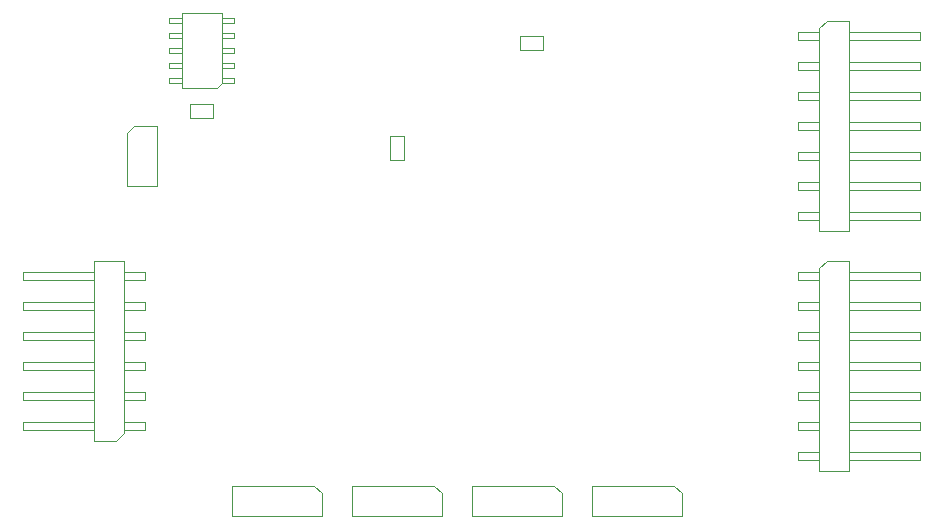
<source format=gbr>
G04 #@! TF.GenerationSoftware,KiCad,Pcbnew,5.1.7-a382d34a8~88~ubuntu20.04.1*
G04 #@! TF.CreationDate,2021-05-29T17:08:15-07:00*
G04 #@! TF.ProjectId,ft4232h-breakout,66743432-3332-4682-9d62-7265616b6f75,May2021*
G04 #@! TF.SameCoordinates,Original*
G04 #@! TF.FileFunction,Other,Fab,Top*
%FSLAX46Y46*%
G04 Gerber Fmt 4.6, Leading zero omitted, Abs format (unit mm)*
G04 Created by KiCad (PCBNEW 5.1.7-a382d34a8~88~ubuntu20.04.1) date 2021-05-29 17:08:15*
%MOMM*%
%LPD*%
G01*
G04 APERTURE LIST*
%ADD10C,0.100000*%
G04 APERTURE END LIST*
D10*
G04 #@! TO.C,R1*
X94580000Y-93615000D02*
X94580000Y-95615000D01*
X93380000Y-93615000D02*
X94580000Y-93615000D01*
X93380000Y-95615000D02*
X93380000Y-93615000D01*
X94580000Y-95615000D02*
X93380000Y-95615000D01*
G04 #@! TO.C,J9*
X71755000Y-92710000D02*
X73660000Y-92710000D01*
X73660000Y-92710000D02*
X73660000Y-97790000D01*
X73660000Y-97790000D02*
X71120000Y-97790000D01*
X71120000Y-97790000D02*
X71120000Y-93345000D01*
X71120000Y-93345000D02*
X71755000Y-92710000D01*
G04 #@! TO.C,J5*
X75765000Y-83185000D02*
X79175000Y-83185000D01*
X78740000Y-89535000D02*
X75765000Y-89535000D01*
X79175000Y-83185000D02*
X79175000Y-89100000D01*
X79175000Y-89100000D02*
X78740000Y-89535000D01*
X75765000Y-89535000D02*
X75765000Y-83185000D01*
X79175000Y-89100000D02*
X80220000Y-89100000D01*
X80220000Y-89100000D02*
X80220000Y-88700000D01*
X80220000Y-88700000D02*
X79175000Y-88700000D01*
X75765000Y-89100000D02*
X74720000Y-89100000D01*
X74720000Y-89100000D02*
X74720000Y-88700000D01*
X74720000Y-88700000D02*
X75765000Y-88700000D01*
X79175000Y-87830000D02*
X80220000Y-87830000D01*
X80220000Y-87830000D02*
X80220000Y-87430000D01*
X80220000Y-87430000D02*
X79175000Y-87430000D01*
X75765000Y-87830000D02*
X74720000Y-87830000D01*
X74720000Y-87830000D02*
X74720000Y-87430000D01*
X74720000Y-87430000D02*
X75765000Y-87430000D01*
X79175000Y-86560000D02*
X80220000Y-86560000D01*
X80220000Y-86560000D02*
X80220000Y-86160000D01*
X80220000Y-86160000D02*
X79175000Y-86160000D01*
X75765000Y-86560000D02*
X74720000Y-86560000D01*
X74720000Y-86560000D02*
X74720000Y-86160000D01*
X74720000Y-86160000D02*
X75765000Y-86160000D01*
X79175000Y-85290000D02*
X80220000Y-85290000D01*
X80220000Y-85290000D02*
X80220000Y-84890000D01*
X80220000Y-84890000D02*
X79175000Y-84890000D01*
X75765000Y-85290000D02*
X74720000Y-85290000D01*
X74720000Y-85290000D02*
X74720000Y-84890000D01*
X74720000Y-84890000D02*
X75765000Y-84890000D01*
X79175000Y-84020000D02*
X80220000Y-84020000D01*
X80220000Y-84020000D02*
X80220000Y-83620000D01*
X80220000Y-83620000D02*
X79175000Y-83620000D01*
X75765000Y-84020000D02*
X74720000Y-84020000D01*
X74720000Y-84020000D02*
X74720000Y-83620000D01*
X74720000Y-83620000D02*
X75765000Y-83620000D01*
G04 #@! TO.C,J8*
X68350000Y-105090000D02*
X62350000Y-105090000D01*
X62350000Y-105730000D02*
X62350000Y-105090000D01*
X68350000Y-105730000D02*
X62350000Y-105730000D01*
X72710000Y-105090000D02*
X70890000Y-105090000D01*
X72710000Y-105730000D02*
X72710000Y-105090000D01*
X72710000Y-105730000D02*
X70890000Y-105730000D01*
X68350000Y-107630000D02*
X62350000Y-107630000D01*
X62350000Y-108270000D02*
X62350000Y-107630000D01*
X68350000Y-108270000D02*
X62350000Y-108270000D01*
X72710000Y-107630000D02*
X70890000Y-107630000D01*
X72710000Y-108270000D02*
X72710000Y-107630000D01*
X72710000Y-108270000D02*
X70890000Y-108270000D01*
X68350000Y-110170000D02*
X62350000Y-110170000D01*
X62350000Y-110810000D02*
X62350000Y-110170000D01*
X68350000Y-110810000D02*
X62350000Y-110810000D01*
X72710000Y-110170000D02*
X70890000Y-110170000D01*
X72710000Y-110810000D02*
X72710000Y-110170000D01*
X72710000Y-110810000D02*
X70890000Y-110810000D01*
X68350000Y-112710000D02*
X62350000Y-112710000D01*
X62350000Y-113350000D02*
X62350000Y-112710000D01*
X68350000Y-113350000D02*
X62350000Y-113350000D01*
X72710000Y-112710000D02*
X70890000Y-112710000D01*
X72710000Y-113350000D02*
X72710000Y-112710000D01*
X72710000Y-113350000D02*
X70890000Y-113350000D01*
X68350000Y-115250000D02*
X62350000Y-115250000D01*
X62350000Y-115890000D02*
X62350000Y-115250000D01*
X68350000Y-115890000D02*
X62350000Y-115890000D01*
X72710000Y-115250000D02*
X70890000Y-115250000D01*
X72710000Y-115890000D02*
X72710000Y-115250000D01*
X72710000Y-115890000D02*
X70890000Y-115890000D01*
X68350000Y-117790000D02*
X62350000Y-117790000D01*
X62350000Y-118430000D02*
X62350000Y-117790000D01*
X68350000Y-118430000D02*
X62350000Y-118430000D01*
X72710000Y-117790000D02*
X70890000Y-117790000D01*
X72710000Y-118430000D02*
X72710000Y-117790000D01*
X72710000Y-118430000D02*
X70890000Y-118430000D01*
X70890000Y-118745000D02*
X70255000Y-119380000D01*
X70890000Y-104140000D02*
X70890000Y-118745000D01*
X68350000Y-104140000D02*
X70890000Y-104140000D01*
X68350000Y-119380000D02*
X68350000Y-104140000D01*
X70255000Y-119380000D02*
X68350000Y-119380000D01*
G04 #@! TO.C,J7*
X130405000Y-104140000D02*
X132310000Y-104140000D01*
X132310000Y-104140000D02*
X132310000Y-121920000D01*
X132310000Y-121920000D02*
X129770000Y-121920000D01*
X129770000Y-121920000D02*
X129770000Y-104775000D01*
X129770000Y-104775000D02*
X130405000Y-104140000D01*
X127950000Y-105090000D02*
X129770000Y-105090000D01*
X127950000Y-105090000D02*
X127950000Y-105730000D01*
X127950000Y-105730000D02*
X129770000Y-105730000D01*
X132310000Y-105090000D02*
X138310000Y-105090000D01*
X138310000Y-105090000D02*
X138310000Y-105730000D01*
X132310000Y-105730000D02*
X138310000Y-105730000D01*
X127950000Y-107630000D02*
X129770000Y-107630000D01*
X127950000Y-107630000D02*
X127950000Y-108270000D01*
X127950000Y-108270000D02*
X129770000Y-108270000D01*
X132310000Y-107630000D02*
X138310000Y-107630000D01*
X138310000Y-107630000D02*
X138310000Y-108270000D01*
X132310000Y-108270000D02*
X138310000Y-108270000D01*
X127950000Y-110170000D02*
X129770000Y-110170000D01*
X127950000Y-110170000D02*
X127950000Y-110810000D01*
X127950000Y-110810000D02*
X129770000Y-110810000D01*
X132310000Y-110170000D02*
X138310000Y-110170000D01*
X138310000Y-110170000D02*
X138310000Y-110810000D01*
X132310000Y-110810000D02*
X138310000Y-110810000D01*
X127950000Y-112710000D02*
X129770000Y-112710000D01*
X127950000Y-112710000D02*
X127950000Y-113350000D01*
X127950000Y-113350000D02*
X129770000Y-113350000D01*
X132310000Y-112710000D02*
X138310000Y-112710000D01*
X138310000Y-112710000D02*
X138310000Y-113350000D01*
X132310000Y-113350000D02*
X138310000Y-113350000D01*
X127950000Y-115250000D02*
X129770000Y-115250000D01*
X127950000Y-115250000D02*
X127950000Y-115890000D01*
X127950000Y-115890000D02*
X129770000Y-115890000D01*
X132310000Y-115250000D02*
X138310000Y-115250000D01*
X138310000Y-115250000D02*
X138310000Y-115890000D01*
X132310000Y-115890000D02*
X138310000Y-115890000D01*
X127950000Y-117790000D02*
X129770000Y-117790000D01*
X127950000Y-117790000D02*
X127950000Y-118430000D01*
X127950000Y-118430000D02*
X129770000Y-118430000D01*
X132310000Y-117790000D02*
X138310000Y-117790000D01*
X138310000Y-117790000D02*
X138310000Y-118430000D01*
X132310000Y-118430000D02*
X138310000Y-118430000D01*
X127950000Y-120330000D02*
X129770000Y-120330000D01*
X127950000Y-120330000D02*
X127950000Y-120970000D01*
X127950000Y-120970000D02*
X129770000Y-120970000D01*
X132310000Y-120330000D02*
X138310000Y-120330000D01*
X138310000Y-120330000D02*
X138310000Y-120970000D01*
X132310000Y-120970000D02*
X138310000Y-120970000D01*
G04 #@! TO.C,J6*
X130405000Y-83820000D02*
X132310000Y-83820000D01*
X132310000Y-83820000D02*
X132310000Y-101600000D01*
X132310000Y-101600000D02*
X129770000Y-101600000D01*
X129770000Y-101600000D02*
X129770000Y-84455000D01*
X129770000Y-84455000D02*
X130405000Y-83820000D01*
X127950000Y-84770000D02*
X129770000Y-84770000D01*
X127950000Y-84770000D02*
X127950000Y-85410000D01*
X127950000Y-85410000D02*
X129770000Y-85410000D01*
X132310000Y-84770000D02*
X138310000Y-84770000D01*
X138310000Y-84770000D02*
X138310000Y-85410000D01*
X132310000Y-85410000D02*
X138310000Y-85410000D01*
X127950000Y-87310000D02*
X129770000Y-87310000D01*
X127950000Y-87310000D02*
X127950000Y-87950000D01*
X127950000Y-87950000D02*
X129770000Y-87950000D01*
X132310000Y-87310000D02*
X138310000Y-87310000D01*
X138310000Y-87310000D02*
X138310000Y-87950000D01*
X132310000Y-87950000D02*
X138310000Y-87950000D01*
X127950000Y-89850000D02*
X129770000Y-89850000D01*
X127950000Y-89850000D02*
X127950000Y-90490000D01*
X127950000Y-90490000D02*
X129770000Y-90490000D01*
X132310000Y-89850000D02*
X138310000Y-89850000D01*
X138310000Y-89850000D02*
X138310000Y-90490000D01*
X132310000Y-90490000D02*
X138310000Y-90490000D01*
X127950000Y-92390000D02*
X129770000Y-92390000D01*
X127950000Y-92390000D02*
X127950000Y-93030000D01*
X127950000Y-93030000D02*
X129770000Y-93030000D01*
X132310000Y-92390000D02*
X138310000Y-92390000D01*
X138310000Y-92390000D02*
X138310000Y-93030000D01*
X132310000Y-93030000D02*
X138310000Y-93030000D01*
X127950000Y-94930000D02*
X129770000Y-94930000D01*
X127950000Y-94930000D02*
X127950000Y-95570000D01*
X127950000Y-95570000D02*
X129770000Y-95570000D01*
X132310000Y-94930000D02*
X138310000Y-94930000D01*
X138310000Y-94930000D02*
X138310000Y-95570000D01*
X132310000Y-95570000D02*
X138310000Y-95570000D01*
X127950000Y-97470000D02*
X129770000Y-97470000D01*
X127950000Y-97470000D02*
X127950000Y-98110000D01*
X127950000Y-98110000D02*
X129770000Y-98110000D01*
X132310000Y-97470000D02*
X138310000Y-97470000D01*
X138310000Y-97470000D02*
X138310000Y-98110000D01*
X132310000Y-98110000D02*
X138310000Y-98110000D01*
X127950000Y-100010000D02*
X129770000Y-100010000D01*
X127950000Y-100010000D02*
X127950000Y-100650000D01*
X127950000Y-100650000D02*
X129770000Y-100650000D01*
X132310000Y-100010000D02*
X138310000Y-100010000D01*
X138310000Y-100010000D02*
X138310000Y-100650000D01*
X132310000Y-100650000D02*
X138310000Y-100650000D01*
G04 #@! TO.C,J4*
X86995000Y-123190000D02*
X87630000Y-123825000D01*
X80010000Y-123190000D02*
X86995000Y-123190000D01*
X80010000Y-125730000D02*
X80010000Y-123190000D01*
X87630000Y-125730000D02*
X80010000Y-125730000D01*
X87630000Y-123825000D02*
X87630000Y-125730000D01*
G04 #@! TO.C,J3*
X97155000Y-123190000D02*
X97790000Y-123825000D01*
X90170000Y-123190000D02*
X97155000Y-123190000D01*
X90170000Y-125730000D02*
X90170000Y-123190000D01*
X97790000Y-125730000D02*
X90170000Y-125730000D01*
X97790000Y-123825000D02*
X97790000Y-125730000D01*
G04 #@! TO.C,J2*
X107315000Y-123190000D02*
X107950000Y-123825000D01*
X100330000Y-123190000D02*
X107315000Y-123190000D01*
X100330000Y-125730000D02*
X100330000Y-123190000D01*
X107950000Y-125730000D02*
X100330000Y-125730000D01*
X107950000Y-123825000D02*
X107950000Y-125730000D01*
G04 #@! TO.C,J1*
X117475000Y-123190000D02*
X118110000Y-123825000D01*
X110490000Y-123190000D02*
X117475000Y-123190000D01*
X110490000Y-125730000D02*
X110490000Y-123190000D01*
X118110000Y-125730000D02*
X110490000Y-125730000D01*
X118110000Y-123825000D02*
X118110000Y-125730000D01*
G04 #@! TO.C,C5*
X76470000Y-90840000D02*
X78470000Y-90840000D01*
X76470000Y-92040000D02*
X76470000Y-90840000D01*
X78470000Y-92040000D02*
X76470000Y-92040000D01*
X78470000Y-90840000D02*
X78470000Y-92040000D01*
G04 #@! TO.C,C1*
X106410000Y-86325000D02*
X104410000Y-86325000D01*
X106410000Y-85125000D02*
X106410000Y-86325000D01*
X104410000Y-85125000D02*
X106410000Y-85125000D01*
X104410000Y-86325000D02*
X104410000Y-85125000D01*
G04 #@! TD*
M02*

</source>
